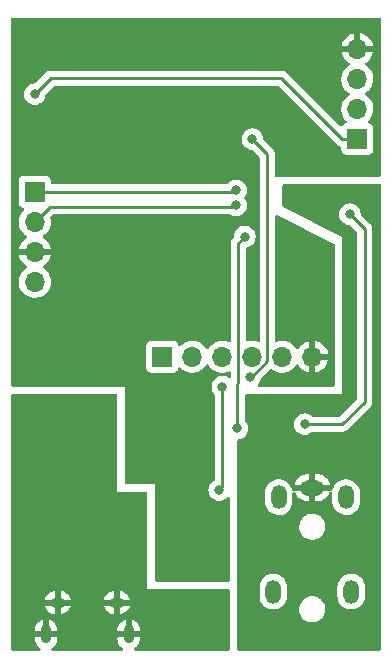
<source format=gbr>
%TF.GenerationSoftware,KiCad,Pcbnew,(6.0.0)*%
%TF.CreationDate,2022-02-27T19:02:29-06:00*%
%TF.ProjectId,Squeezecheap,53717565-657a-4656-9368-6561702e6b69,rev?*%
%TF.SameCoordinates,Original*%
%TF.FileFunction,Copper,L2,Bot*%
%TF.FilePolarity,Positive*%
%FSLAX46Y46*%
G04 Gerber Fmt 4.6, Leading zero omitted, Abs format (unit mm)*
G04 Created by KiCad (PCBNEW (6.0.0)) date 2022-02-27 19:02:29*
%MOMM*%
%LPD*%
G01*
G04 APERTURE LIST*
%TA.AperFunction,ComponentPad*%
%ADD10O,1.320800X2.006600*%
%TD*%
%TA.AperFunction,ComponentPad*%
%ADD11O,2.006600X1.320800*%
%TD*%
%TA.AperFunction,ComponentPad*%
%ADD12R,1.700000X1.700000*%
%TD*%
%TA.AperFunction,ComponentPad*%
%ADD13O,1.700000X1.700000*%
%TD*%
%TA.AperFunction,ComponentPad*%
%ADD14O,1.250000X0.950000*%
%TD*%
%TA.AperFunction,ComponentPad*%
%ADD15O,0.890000X1.550000*%
%TD*%
%TA.AperFunction,ViaPad*%
%ADD16C,0.800000*%
%TD*%
%TA.AperFunction,Conductor*%
%ADD17C,0.250000*%
%TD*%
G04 APERTURE END LIST*
D10*
%TO.P,J2,5,5*%
%TO.N,unconnected-(J2-Pad5)*%
X102745540Y-85933399D03*
%TO.P,J2,4,4*%
%TO.N,HPOutL*%
X109344460Y-85933399D03*
%TO.P,J2,3,3*%
%TO.N,HPOutR*%
X108894880Y-77933550D03*
%TO.P,J2,2,2*%
%TO.N,HP_Detect*%
X103195120Y-77933550D03*
D11*
%TO.P,J2,1,1*%
%TO.N,GND*%
X106045000Y-77133450D03*
%TD*%
D12*
%TO.P,J3,1,Pin_1*%
%TO.N,+3V3*%
X109855000Y-47615000D03*
D13*
%TO.P,J3,2,Pin_2*%
%TO.N,TX_Out*%
X109855000Y-45075000D03*
%TO.P,J3,3,Pin_3*%
%TO.N,RX_In*%
X109855000Y-42535000D03*
%TO.P,J3,4,Pin_4*%
%TO.N,GNDD*%
X109855000Y-39995000D03*
%TD*%
D14*
%TO.P,J1,6,Shield*%
%TO.N,GND*%
X89495000Y-86865000D03*
D15*
X90495000Y-89565000D03*
X83495000Y-89565000D03*
D14*
X84495000Y-86865000D03*
%TD*%
D12*
%TO.P,J4,1,Pin_1*%
%TO.N,IO15*%
X93345000Y-66040000D03*
D13*
%TO.P,J4,2,Pin_2*%
%TO.N,IO13*%
X95885000Y-66040000D03*
%TO.P,J4,3,Pin_3*%
%TO.N,IO12*%
X98425000Y-66040000D03*
%TO.P,J4,4,Pin_4*%
%TO.N,IO14*%
X100965000Y-66040000D03*
%TO.P,J4,5,Pin_5*%
%TO.N,+3V3*%
X103505000Y-66040000D03*
%TO.P,J4,6,Pin_6*%
%TO.N,GNDD*%
X106045000Y-66040000D03*
%TD*%
D12*
%TO.P,J5,1,Pin_1*%
%TO.N,IO23*%
X82550000Y-52080000D03*
D13*
%TO.P,J5,2,Pin_2*%
%TO.N,IO18*%
X82550000Y-54620000D03*
%TO.P,J5,3,Pin_3*%
%TO.N,GNDD*%
X82550000Y-57160000D03*
%TO.P,J5,4,Pin_4*%
%TO.N,+3V3*%
X82550000Y-59700000D03*
%TD*%
D16*
%TO.N,HPOutL*%
X105410000Y-71755000D03*
%TO.N,GNDD*%
X95751447Y-73526448D03*
X100965000Y-53975000D03*
X97155000Y-46355000D03*
X91440000Y-71755000D03*
X95885000Y-45085000D03*
X95885000Y-46355000D03*
X97790000Y-79375000D03*
X97155000Y-45085000D03*
%TO.N,+3V3*%
X82550000Y-43815000D03*
%TO.N,HPOutL*%
X109220000Y-53975000D03*
%TO.N,Reset*%
X100770201Y-67750201D03*
X98155000Y-77337500D03*
X98425000Y-68580000D03*
X100965000Y-47625000D03*
%TO.N,GND*%
X100330000Y-90170000D03*
X100965000Y-74930000D03*
X98425000Y-90170000D03*
X82550000Y-81915000D03*
X109220000Y-56515000D03*
%TO.N,HP_Detect*%
X100330000Y-55880000D03*
X99695000Y-72120000D03*
%TO.N,IO18*%
X99582500Y-53227500D03*
%TO.N,IO23*%
X99582500Y-51957500D03*
%TD*%
D17*
%TO.N,+3V3*%
X103415489Y-42455489D02*
X108575000Y-47615000D01*
X103415489Y-42455489D02*
X83909511Y-42455489D01*
X83909511Y-42455489D02*
X82550000Y-43815000D01*
X108575000Y-47615000D02*
X109855000Y-47615000D01*
%TO.N,HPOutL*%
X110490000Y-69850000D02*
X108585000Y-71755000D01*
X110490000Y-55245000D02*
X110490000Y-69850000D01*
X108585000Y-71755000D02*
X105410000Y-71755000D01*
X109220000Y-53975000D02*
X110490000Y-55245000D01*
%TO.N,Reset*%
X102235000Y-66431010D02*
X100915809Y-67750201D01*
X100915809Y-67750201D02*
X100770201Y-67750201D01*
X98425000Y-68580000D02*
X98425000Y-77067500D01*
X98425000Y-77067500D02*
X98155000Y-77337500D01*
X100965000Y-47625000D02*
X102235000Y-48895000D01*
X102235000Y-48895000D02*
X102235000Y-66431010D01*
%TO.N,HP_Detect*%
X99695000Y-68335292D02*
X99695000Y-72120000D01*
X100330000Y-55880000D02*
X99790489Y-56419511D01*
X99790489Y-68239803D02*
X99695000Y-68335292D01*
X99790489Y-56419511D02*
X99790489Y-68239803D01*
%TO.N,IO18*%
X99470000Y-53340000D02*
X99582500Y-53227500D01*
X83830000Y-53340000D02*
X99470000Y-53340000D01*
X82550000Y-54620000D02*
X83830000Y-53340000D01*
%TO.N,IO23*%
X89535000Y-52070000D02*
X99470000Y-52070000D01*
X82550000Y-52080000D02*
X89525000Y-52080000D01*
X99470000Y-52070000D02*
X99582500Y-51957500D01*
X89525000Y-52080000D02*
X89535000Y-52070000D01*
%TD*%
%TA.AperFunction,Conductor*%
%TO.N,GNDD*%
G36*
X111829121Y-37358002D02*
G01*
X111875614Y-37411658D01*
X111887000Y-37464000D01*
X111887000Y-50674000D01*
X111866998Y-50742121D01*
X111813342Y-50788614D01*
X111761000Y-50800000D01*
X102994500Y-50800000D01*
X102926379Y-50779998D01*
X102879886Y-50726342D01*
X102868500Y-50674000D01*
X102868500Y-48973767D01*
X102869027Y-48962584D01*
X102870702Y-48955091D01*
X102868562Y-48887014D01*
X102868500Y-48883055D01*
X102868500Y-48855144D01*
X102867995Y-48851144D01*
X102867062Y-48839301D01*
X102865922Y-48803029D01*
X102865673Y-48795110D01*
X102860022Y-48775658D01*
X102856014Y-48756306D01*
X102854467Y-48744063D01*
X102853474Y-48736203D01*
X102840446Y-48703297D01*
X102837200Y-48695097D01*
X102833355Y-48683870D01*
X102832721Y-48681687D01*
X102821018Y-48641407D01*
X102816984Y-48634585D01*
X102816981Y-48634579D01*
X102810706Y-48623968D01*
X102802010Y-48606218D01*
X102797472Y-48594756D01*
X102797469Y-48594751D01*
X102794552Y-48587383D01*
X102780077Y-48567460D01*
X102768573Y-48551625D01*
X102762057Y-48541707D01*
X102747167Y-48516531D01*
X102739542Y-48503637D01*
X102725218Y-48489313D01*
X102712376Y-48474278D01*
X102700472Y-48457893D01*
X102666406Y-48429711D01*
X102657627Y-48421722D01*
X101912122Y-47676217D01*
X101878096Y-47613905D01*
X101875907Y-47600292D01*
X101859232Y-47441635D01*
X101859232Y-47441633D01*
X101858542Y-47435072D01*
X101799527Y-47253444D01*
X101704040Y-47088056D01*
X101576253Y-46946134D01*
X101421752Y-46833882D01*
X101415724Y-46831198D01*
X101415722Y-46831197D01*
X101253319Y-46758891D01*
X101253318Y-46758891D01*
X101247288Y-46756206D01*
X101153888Y-46736353D01*
X101066944Y-46717872D01*
X101066939Y-46717872D01*
X101060487Y-46716500D01*
X100869513Y-46716500D01*
X100863061Y-46717872D01*
X100863056Y-46717872D01*
X100776113Y-46736353D01*
X100682712Y-46756206D01*
X100676682Y-46758891D01*
X100676681Y-46758891D01*
X100514278Y-46831197D01*
X100514276Y-46831198D01*
X100508248Y-46833882D01*
X100353747Y-46946134D01*
X100225960Y-47088056D01*
X100130473Y-47253444D01*
X100071458Y-47435072D01*
X100051496Y-47625000D01*
X100071458Y-47814928D01*
X100130473Y-47996556D01*
X100133776Y-48002278D01*
X100133777Y-48002279D01*
X100148306Y-48027443D01*
X100225960Y-48161944D01*
X100230378Y-48166851D01*
X100230379Y-48166852D01*
X100285600Y-48228181D01*
X100353747Y-48303866D01*
X100508248Y-48416118D01*
X100514276Y-48418802D01*
X100514278Y-48418803D01*
X100672647Y-48489313D01*
X100682712Y-48493794D01*
X100761105Y-48510457D01*
X100863056Y-48532128D01*
X100863061Y-48532128D01*
X100869513Y-48533500D01*
X100925406Y-48533500D01*
X100993527Y-48553502D01*
X101014501Y-48570405D01*
X101564595Y-49120499D01*
X101598621Y-49182811D01*
X101601500Y-49209594D01*
X101601500Y-64645871D01*
X101581498Y-64713992D01*
X101527842Y-64760485D01*
X101457568Y-64770589D01*
X101433440Y-64764644D01*
X101421696Y-64760485D01*
X101362111Y-64739385D01*
X101318087Y-64723795D01*
X101318083Y-64723794D01*
X101313212Y-64722069D01*
X101308119Y-64721162D01*
X101308116Y-64721161D01*
X101098373Y-64683800D01*
X101098367Y-64683799D01*
X101093284Y-64682894D01*
X101019452Y-64681992D01*
X100875081Y-64680228D01*
X100875079Y-64680228D01*
X100869911Y-64680165D01*
X100649091Y-64713955D01*
X100615333Y-64724989D01*
X100589134Y-64733552D01*
X100518170Y-64735703D01*
X100457308Y-64699147D01*
X100425872Y-64635490D01*
X100423989Y-64613787D01*
X100423989Y-56890852D01*
X100443991Y-56822731D01*
X100497647Y-56776238D01*
X100523791Y-56767606D01*
X100605824Y-56750169D01*
X100605833Y-56750166D01*
X100612288Y-56748794D01*
X100618319Y-56746109D01*
X100780722Y-56673803D01*
X100780724Y-56673802D01*
X100786752Y-56671118D01*
X100941253Y-56558866D01*
X101069040Y-56416944D01*
X101164527Y-56251556D01*
X101223542Y-56069928D01*
X101227926Y-56028222D01*
X101242814Y-55886565D01*
X101243504Y-55880000D01*
X101238397Y-55831412D01*
X101224232Y-55696635D01*
X101224232Y-55696633D01*
X101223542Y-55690072D01*
X101164527Y-55508444D01*
X101069040Y-55343056D01*
X101050151Y-55322077D01*
X100945675Y-55206045D01*
X100945674Y-55206044D01*
X100941253Y-55201134D01*
X100786752Y-55088882D01*
X100780724Y-55086198D01*
X100780722Y-55086197D01*
X100618319Y-55013891D01*
X100618318Y-55013891D01*
X100612288Y-55011206D01*
X100518887Y-54991353D01*
X100431944Y-54972872D01*
X100431939Y-54972872D01*
X100425487Y-54971500D01*
X100234513Y-54971500D01*
X100228061Y-54972872D01*
X100228056Y-54972872D01*
X100141113Y-54991353D01*
X100047712Y-55011206D01*
X100041682Y-55013891D01*
X100041681Y-55013891D01*
X99879278Y-55086197D01*
X99879276Y-55086198D01*
X99873248Y-55088882D01*
X99718747Y-55201134D01*
X99714326Y-55206044D01*
X99714325Y-55206045D01*
X99609850Y-55322077D01*
X99590960Y-55343056D01*
X99495473Y-55508444D01*
X99436458Y-55690072D01*
X99435769Y-55696631D01*
X99435768Y-55696634D01*
X99419398Y-55852388D01*
X99392385Y-55918044D01*
X99383258Y-55927311D01*
X99383471Y-55927511D01*
X99336846Y-55977162D01*
X99334091Y-55980004D01*
X99314354Y-55999741D01*
X99311874Y-56002938D01*
X99304171Y-56011958D01*
X99273903Y-56044190D01*
X99270084Y-56051136D01*
X99270082Y-56051139D01*
X99264141Y-56061945D01*
X99253290Y-56078464D01*
X99240875Y-56094470D01*
X99237730Y-56101739D01*
X99237727Y-56101743D01*
X99223315Y-56135048D01*
X99218098Y-56145698D01*
X99196794Y-56184451D01*
X99194823Y-56192126D01*
X99194823Y-56192127D01*
X99191756Y-56204073D01*
X99185352Y-56222777D01*
X99177308Y-56241366D01*
X99176069Y-56249189D01*
X99176066Y-56249199D01*
X99170390Y-56285035D01*
X99167984Y-56296655D01*
X99156989Y-56339481D01*
X99156989Y-56359735D01*
X99155438Y-56379445D01*
X99152269Y-56399454D01*
X99153015Y-56407346D01*
X99156430Y-56443472D01*
X99156989Y-56455330D01*
X99156989Y-64680175D01*
X99136987Y-64748296D01*
X99083331Y-64794789D01*
X99013057Y-64804893D01*
X98983867Y-64796417D01*
X98983789Y-64796638D01*
X98979964Y-64795283D01*
X98979956Y-64795281D01*
X98978568Y-64794789D01*
X98778087Y-64723795D01*
X98778083Y-64723794D01*
X98773212Y-64722069D01*
X98768119Y-64721162D01*
X98768116Y-64721161D01*
X98558373Y-64683800D01*
X98558367Y-64683799D01*
X98553284Y-64682894D01*
X98479452Y-64681992D01*
X98335081Y-64680228D01*
X98335079Y-64680228D01*
X98329911Y-64680165D01*
X98109091Y-64713955D01*
X97896756Y-64783357D01*
X97698607Y-64886507D01*
X97694474Y-64889610D01*
X97694471Y-64889612D01*
X97524100Y-65017530D01*
X97519965Y-65020635D01*
X97516393Y-65024373D01*
X97408729Y-65137037D01*
X97365629Y-65182138D01*
X97258201Y-65339621D01*
X97203293Y-65384621D01*
X97132768Y-65392792D01*
X97069021Y-65361538D01*
X97048324Y-65337054D01*
X96967822Y-65212617D01*
X96967820Y-65212614D01*
X96965014Y-65208277D01*
X96814670Y-65043051D01*
X96810619Y-65039852D01*
X96810615Y-65039848D01*
X96643414Y-64907800D01*
X96643410Y-64907798D01*
X96639359Y-64904598D01*
X96603028Y-64884542D01*
X96587136Y-64875769D01*
X96443789Y-64796638D01*
X96438920Y-64794914D01*
X96438916Y-64794912D01*
X96238087Y-64723795D01*
X96238083Y-64723794D01*
X96233212Y-64722069D01*
X96228119Y-64721162D01*
X96228116Y-64721161D01*
X96018373Y-64683800D01*
X96018367Y-64683799D01*
X96013284Y-64682894D01*
X95939452Y-64681992D01*
X95795081Y-64680228D01*
X95795079Y-64680228D01*
X95789911Y-64680165D01*
X95569091Y-64713955D01*
X95356756Y-64783357D01*
X95158607Y-64886507D01*
X95154474Y-64889610D01*
X95154471Y-64889612D01*
X94984100Y-65017530D01*
X94979965Y-65020635D01*
X94923537Y-65079684D01*
X94899283Y-65105064D01*
X94837759Y-65140494D01*
X94766846Y-65137037D01*
X94709060Y-65095791D01*
X94690207Y-65062243D01*
X94648767Y-64951703D01*
X94645615Y-64943295D01*
X94558261Y-64826739D01*
X94441705Y-64739385D01*
X94305316Y-64688255D01*
X94243134Y-64681500D01*
X92446866Y-64681500D01*
X92384684Y-64688255D01*
X92248295Y-64739385D01*
X92131739Y-64826739D01*
X92044385Y-64943295D01*
X91993255Y-65079684D01*
X91986500Y-65141866D01*
X91986500Y-66938134D01*
X91993255Y-67000316D01*
X92044385Y-67136705D01*
X92131739Y-67253261D01*
X92248295Y-67340615D01*
X92384684Y-67391745D01*
X92446866Y-67398500D01*
X94243134Y-67398500D01*
X94305316Y-67391745D01*
X94441705Y-67340615D01*
X94558261Y-67253261D01*
X94645615Y-67136705D01*
X94667799Y-67077529D01*
X94689598Y-67019382D01*
X94732240Y-66962618D01*
X94798802Y-66937918D01*
X94868150Y-66953126D01*
X94902817Y-66981114D01*
X94931250Y-67013938D01*
X95103126Y-67156632D01*
X95296000Y-67269338D01*
X95504692Y-67349030D01*
X95509760Y-67350061D01*
X95509763Y-67350062D01*
X95604862Y-67369410D01*
X95723597Y-67393567D01*
X95728772Y-67393757D01*
X95728774Y-67393757D01*
X95941673Y-67401564D01*
X95941677Y-67401564D01*
X95946837Y-67401753D01*
X95951957Y-67401097D01*
X95951959Y-67401097D01*
X96163288Y-67374025D01*
X96163289Y-67374025D01*
X96168416Y-67373368D01*
X96173366Y-67371883D01*
X96377429Y-67310661D01*
X96377434Y-67310659D01*
X96382384Y-67309174D01*
X96582994Y-67210896D01*
X96764860Y-67081173D01*
X96786468Y-67059641D01*
X96908616Y-66937918D01*
X96923096Y-66923489D01*
X97053453Y-66742077D01*
X97054776Y-66743028D01*
X97101645Y-66699857D01*
X97171580Y-66687625D01*
X97237026Y-66715144D01*
X97264875Y-66746994D01*
X97324987Y-66845088D01*
X97471250Y-67013938D01*
X97643126Y-67156632D01*
X97836000Y-67269338D01*
X98044692Y-67349030D01*
X98049760Y-67350061D01*
X98049763Y-67350062D01*
X98144862Y-67369410D01*
X98263597Y-67393567D01*
X98268772Y-67393757D01*
X98268774Y-67393757D01*
X98481673Y-67401564D01*
X98481677Y-67401564D01*
X98486837Y-67401753D01*
X98491957Y-67401097D01*
X98491959Y-67401097D01*
X98703288Y-67374025D01*
X98703289Y-67374025D01*
X98708416Y-67373368D01*
X98713366Y-67371883D01*
X98917429Y-67310661D01*
X98917434Y-67310659D01*
X98922384Y-67309174D01*
X98975559Y-67283124D01*
X99045531Y-67271118D01*
X99110888Y-67298848D01*
X99150878Y-67357511D01*
X99156989Y-67396276D01*
X99156989Y-67741565D01*
X99136987Y-67809686D01*
X99083331Y-67856179D01*
X99013057Y-67866283D01*
X98956928Y-67843501D01*
X98887094Y-67792763D01*
X98887093Y-67792762D01*
X98881752Y-67788882D01*
X98875724Y-67786198D01*
X98875722Y-67786197D01*
X98713319Y-67713891D01*
X98713318Y-67713891D01*
X98707288Y-67711206D01*
X98613888Y-67691353D01*
X98526944Y-67672872D01*
X98526939Y-67672872D01*
X98520487Y-67671500D01*
X98329513Y-67671500D01*
X98323061Y-67672872D01*
X98323056Y-67672872D01*
X98236112Y-67691353D01*
X98142712Y-67711206D01*
X98136682Y-67713891D01*
X98136681Y-67713891D01*
X97974278Y-67786197D01*
X97974276Y-67786198D01*
X97968248Y-67788882D01*
X97813747Y-67901134D01*
X97685960Y-68043056D01*
X97590473Y-68208444D01*
X97531458Y-68390072D01*
X97530768Y-68396633D01*
X97530768Y-68396635D01*
X97526624Y-68436068D01*
X97511496Y-68580000D01*
X97531458Y-68769928D01*
X97590473Y-68951556D01*
X97685960Y-69116944D01*
X97759137Y-69198215D01*
X97789853Y-69262221D01*
X97791500Y-69282524D01*
X97791500Y-76423038D01*
X97771498Y-76491159D01*
X97716750Y-76538144D01*
X97704282Y-76543695D01*
X97704278Y-76543697D01*
X97698248Y-76546382D01*
X97543747Y-76658634D01*
X97415960Y-76800556D01*
X97320473Y-76965944D01*
X97261458Y-77147572D01*
X97241496Y-77337500D01*
X97261458Y-77527428D01*
X97320473Y-77709056D01*
X97415960Y-77874444D01*
X97543747Y-78016366D01*
X97698248Y-78128618D01*
X97704276Y-78131302D01*
X97704278Y-78131303D01*
X97866681Y-78203609D01*
X97872712Y-78206294D01*
X97966113Y-78226147D01*
X98053056Y-78244628D01*
X98053061Y-78244628D01*
X98059513Y-78246000D01*
X98250487Y-78246000D01*
X98256939Y-78244628D01*
X98256944Y-78244628D01*
X98343887Y-78226147D01*
X98437288Y-78206294D01*
X98443319Y-78203609D01*
X98605722Y-78131303D01*
X98605724Y-78131302D01*
X98611752Y-78128618D01*
X98766253Y-78016366D01*
X98840365Y-77934057D01*
X98900810Y-77896817D01*
X98971793Y-77898169D01*
X99030778Y-77937682D01*
X99059036Y-78002813D01*
X99060000Y-78018367D01*
X99060000Y-84964000D01*
X99039998Y-85032121D01*
X98986342Y-85078614D01*
X98934000Y-85090000D01*
X92836000Y-85090000D01*
X92767879Y-85069998D01*
X92721386Y-85016342D01*
X92710000Y-84964000D01*
X92710000Y-76835000D01*
X90296000Y-76835000D01*
X90227879Y-76814998D01*
X90181386Y-76761342D01*
X90170000Y-76709000D01*
X90170000Y-68580000D01*
X80644000Y-68580000D01*
X80575879Y-68559998D01*
X80529386Y-68506342D01*
X80518000Y-68454000D01*
X80518000Y-59666695D01*
X81187251Y-59666695D01*
X81187548Y-59671848D01*
X81187548Y-59671851D01*
X81193011Y-59766590D01*
X81200110Y-59889715D01*
X81201247Y-59894761D01*
X81201248Y-59894767D01*
X81221119Y-59982939D01*
X81249222Y-60107639D01*
X81333266Y-60314616D01*
X81449987Y-60505088D01*
X81596250Y-60673938D01*
X81768126Y-60816632D01*
X81961000Y-60929338D01*
X82169692Y-61009030D01*
X82174760Y-61010061D01*
X82174763Y-61010062D01*
X82282017Y-61031883D01*
X82388597Y-61053567D01*
X82393772Y-61053757D01*
X82393774Y-61053757D01*
X82606673Y-61061564D01*
X82606677Y-61061564D01*
X82611837Y-61061753D01*
X82616957Y-61061097D01*
X82616959Y-61061097D01*
X82828288Y-61034025D01*
X82828289Y-61034025D01*
X82833416Y-61033368D01*
X82838366Y-61031883D01*
X83042429Y-60970661D01*
X83042434Y-60970659D01*
X83047384Y-60969174D01*
X83247994Y-60870896D01*
X83429860Y-60741173D01*
X83588096Y-60583489D01*
X83647594Y-60500689D01*
X83715435Y-60406277D01*
X83718453Y-60402077D01*
X83817430Y-60201811D01*
X83882370Y-59988069D01*
X83911529Y-59766590D01*
X83913156Y-59700000D01*
X83894852Y-59477361D01*
X83840431Y-59260702D01*
X83751354Y-59055840D01*
X83630014Y-58868277D01*
X83479670Y-58703051D01*
X83475619Y-58699852D01*
X83475615Y-58699848D01*
X83308414Y-58567800D01*
X83308410Y-58567798D01*
X83304359Y-58564598D01*
X83262569Y-58541529D01*
X83212598Y-58491097D01*
X83197826Y-58421654D01*
X83222942Y-58355248D01*
X83250294Y-58328641D01*
X83425328Y-58203792D01*
X83433200Y-58197139D01*
X83584052Y-58046812D01*
X83590730Y-58038965D01*
X83715003Y-57866020D01*
X83720313Y-57857183D01*
X83814670Y-57666267D01*
X83818469Y-57656672D01*
X83880377Y-57452910D01*
X83882555Y-57442837D01*
X83883986Y-57431962D01*
X83881775Y-57417778D01*
X83868617Y-57414000D01*
X81233225Y-57414000D01*
X81219694Y-57417973D01*
X81218257Y-57427966D01*
X81248565Y-57562446D01*
X81251645Y-57572275D01*
X81331770Y-57769603D01*
X81336413Y-57778794D01*
X81447694Y-57960388D01*
X81453777Y-57968699D01*
X81593213Y-58129667D01*
X81600580Y-58136883D01*
X81764434Y-58272916D01*
X81772881Y-58278831D01*
X81841969Y-58319203D01*
X81890693Y-58370842D01*
X81903764Y-58440625D01*
X81877033Y-58506396D01*
X81836584Y-58539752D01*
X81823607Y-58546507D01*
X81819474Y-58549610D01*
X81819471Y-58549612D01*
X81795247Y-58567800D01*
X81644965Y-58680635D01*
X81490629Y-58842138D01*
X81364743Y-59026680D01*
X81270688Y-59229305D01*
X81210989Y-59444570D01*
X81187251Y-59666695D01*
X80518000Y-59666695D01*
X80518000Y-54586695D01*
X81187251Y-54586695D01*
X81187548Y-54591848D01*
X81187548Y-54591851D01*
X81193011Y-54686590D01*
X81200110Y-54809715D01*
X81201247Y-54814761D01*
X81201248Y-54814767D01*
X81207790Y-54843794D01*
X81249222Y-55027639D01*
X81287461Y-55121811D01*
X81321665Y-55206045D01*
X81333266Y-55234616D01*
X81449987Y-55425088D01*
X81596250Y-55593938D01*
X81672846Y-55657529D01*
X81752769Y-55723882D01*
X81768126Y-55736632D01*
X81841955Y-55779774D01*
X81890679Y-55831412D01*
X81903750Y-55901195D01*
X81877019Y-55966967D01*
X81836562Y-56000327D01*
X81828457Y-56004546D01*
X81819738Y-56010036D01*
X81649433Y-56137905D01*
X81641726Y-56144748D01*
X81494590Y-56298717D01*
X81488104Y-56306727D01*
X81368098Y-56482649D01*
X81363000Y-56491623D01*
X81273338Y-56684783D01*
X81269775Y-56694470D01*
X81214389Y-56894183D01*
X81215912Y-56902607D01*
X81228292Y-56906000D01*
X83868344Y-56906000D01*
X83881875Y-56902027D01*
X83883180Y-56892947D01*
X83841214Y-56725875D01*
X83837894Y-56716124D01*
X83752972Y-56520814D01*
X83748105Y-56511739D01*
X83632426Y-56332926D01*
X83626136Y-56324757D01*
X83482806Y-56167240D01*
X83475273Y-56160215D01*
X83308139Y-56028222D01*
X83299556Y-56022520D01*
X83262602Y-56002120D01*
X83212631Y-55951687D01*
X83197859Y-55882245D01*
X83222975Y-55815839D01*
X83250327Y-55789232D01*
X83273797Y-55772491D01*
X83429860Y-55661173D01*
X83444880Y-55646206D01*
X83511209Y-55580107D01*
X83588096Y-55503489D01*
X83647594Y-55420689D01*
X83715435Y-55326277D01*
X83718453Y-55322077D01*
X83721980Y-55314942D01*
X83815136Y-55126453D01*
X83815137Y-55126451D01*
X83817430Y-55121811D01*
X83882370Y-54908069D01*
X83911529Y-54686590D01*
X83913156Y-54620000D01*
X83894852Y-54397361D01*
X83866821Y-54285765D01*
X83869625Y-54214823D01*
X83899930Y-54165974D01*
X84055499Y-54010405D01*
X84117811Y-53976379D01*
X84144594Y-53973500D01*
X99022709Y-53973500D01*
X99090830Y-53993502D01*
X99096753Y-53997552D01*
X99125748Y-54018618D01*
X99131776Y-54021302D01*
X99131778Y-54021303D01*
X99294181Y-54093609D01*
X99300212Y-54096294D01*
X99364703Y-54110002D01*
X99480556Y-54134628D01*
X99480561Y-54134628D01*
X99487013Y-54136000D01*
X99677987Y-54136000D01*
X99684439Y-54134628D01*
X99684444Y-54134628D01*
X99800297Y-54110002D01*
X99864788Y-54096294D01*
X99870819Y-54093609D01*
X100033222Y-54021303D01*
X100033224Y-54021302D01*
X100039252Y-54018618D01*
X100193753Y-53906366D01*
X100198175Y-53901455D01*
X100317121Y-53769352D01*
X100317122Y-53769351D01*
X100321540Y-53764444D01*
X100417027Y-53599056D01*
X100476042Y-53417428D01*
X100496004Y-53227500D01*
X100483256Y-53106206D01*
X100476732Y-53044135D01*
X100476732Y-53044133D01*
X100476042Y-53037572D01*
X100417027Y-52855944D01*
X100321540Y-52690556D01*
X100309162Y-52676809D01*
X100278446Y-52612803D01*
X100287210Y-52542350D01*
X100309161Y-52508193D01*
X100321540Y-52494444D01*
X100417027Y-52329056D01*
X100476042Y-52147428D01*
X100496004Y-51957500D01*
X100476042Y-51767572D01*
X100417027Y-51585944D01*
X100321540Y-51420556D01*
X100193753Y-51278634D01*
X100039252Y-51166382D01*
X100033224Y-51163698D01*
X100033222Y-51163697D01*
X99870819Y-51091391D01*
X99870818Y-51091391D01*
X99864788Y-51088706D01*
X99771387Y-51068853D01*
X99684444Y-51050372D01*
X99684439Y-51050372D01*
X99677987Y-51049000D01*
X99487013Y-51049000D01*
X99480561Y-51050372D01*
X99480556Y-51050372D01*
X99393613Y-51068853D01*
X99300212Y-51088706D01*
X99294182Y-51091391D01*
X99294181Y-51091391D01*
X99131778Y-51163697D01*
X99131776Y-51163698D01*
X99125748Y-51166382D01*
X98971247Y-51278634D01*
X98966826Y-51283544D01*
X98966825Y-51283545D01*
X98866642Y-51394810D01*
X98806196Y-51432050D01*
X98773006Y-51436500D01*
X89613767Y-51436500D01*
X89602584Y-51435973D01*
X89595091Y-51434298D01*
X89587165Y-51434547D01*
X89587164Y-51434547D01*
X89527014Y-51436438D01*
X89523055Y-51436500D01*
X89495144Y-51436500D01*
X89491210Y-51436997D01*
X89491209Y-51436997D01*
X89491144Y-51437005D01*
X89479307Y-51437938D01*
X89447490Y-51438938D01*
X89443029Y-51439078D01*
X89435110Y-51439327D01*
X89427500Y-51441538D01*
X89419671Y-51442778D01*
X89419648Y-51442635D01*
X89392489Y-51446500D01*
X84034500Y-51446500D01*
X83966379Y-51426498D01*
X83919886Y-51372842D01*
X83908500Y-51320500D01*
X83908500Y-51181866D01*
X83901745Y-51119684D01*
X83850615Y-50983295D01*
X83763261Y-50866739D01*
X83646705Y-50779385D01*
X83510316Y-50728255D01*
X83448134Y-50721500D01*
X81651866Y-50721500D01*
X81589684Y-50728255D01*
X81453295Y-50779385D01*
X81336739Y-50866739D01*
X81249385Y-50983295D01*
X81198255Y-51119684D01*
X81191500Y-51181866D01*
X81191500Y-52978134D01*
X81198255Y-53040316D01*
X81249385Y-53176705D01*
X81336739Y-53293261D01*
X81453295Y-53380615D01*
X81461704Y-53383767D01*
X81461705Y-53383768D01*
X81570451Y-53424535D01*
X81627216Y-53467176D01*
X81651916Y-53533738D01*
X81636709Y-53603087D01*
X81617316Y-53629568D01*
X81490629Y-53762138D01*
X81364743Y-53946680D01*
X81270688Y-54149305D01*
X81210989Y-54364570D01*
X81187251Y-54586695D01*
X80518000Y-54586695D01*
X80518000Y-43815000D01*
X81636496Y-43815000D01*
X81637186Y-43821565D01*
X81649592Y-43939598D01*
X81656458Y-44004928D01*
X81715473Y-44186556D01*
X81718776Y-44192278D01*
X81718777Y-44192279D01*
X81746015Y-44239457D01*
X81810960Y-44351944D01*
X81815378Y-44356851D01*
X81815379Y-44356852D01*
X81855742Y-44401680D01*
X81938747Y-44493866D01*
X82037843Y-44565864D01*
X82084291Y-44599610D01*
X82093248Y-44606118D01*
X82099276Y-44608802D01*
X82099278Y-44608803D01*
X82261681Y-44681109D01*
X82267712Y-44683794D01*
X82361113Y-44703647D01*
X82448056Y-44722128D01*
X82448061Y-44722128D01*
X82454513Y-44723500D01*
X82645487Y-44723500D01*
X82651939Y-44722128D01*
X82651944Y-44722128D01*
X82738887Y-44703647D01*
X82832288Y-44683794D01*
X82838319Y-44681109D01*
X83000722Y-44608803D01*
X83000724Y-44608802D01*
X83006752Y-44606118D01*
X83015710Y-44599610D01*
X83062157Y-44565864D01*
X83161253Y-44493866D01*
X83244258Y-44401680D01*
X83284621Y-44356852D01*
X83284622Y-44356851D01*
X83289040Y-44351944D01*
X83353985Y-44239457D01*
X83381223Y-44192279D01*
X83381224Y-44192278D01*
X83384527Y-44186556D01*
X83443542Y-44004928D01*
X83451984Y-43924612D01*
X83460907Y-43839708D01*
X83487920Y-43774051D01*
X83497122Y-43763782D01*
X84135012Y-43125893D01*
X84197324Y-43091868D01*
X84224107Y-43088989D01*
X103100895Y-43088989D01*
X103169016Y-43108991D01*
X103189990Y-43125894D01*
X108071343Y-48007247D01*
X108078887Y-48015537D01*
X108083000Y-48022018D01*
X108088777Y-48027443D01*
X108132667Y-48068658D01*
X108135509Y-48071413D01*
X108155230Y-48091134D01*
X108158425Y-48093612D01*
X108167447Y-48101318D01*
X108199679Y-48131586D01*
X108206628Y-48135406D01*
X108217432Y-48141346D01*
X108233956Y-48152199D01*
X108249959Y-48164613D01*
X108290543Y-48182176D01*
X108301173Y-48187383D01*
X108339940Y-48208695D01*
X108347617Y-48210666D01*
X108347622Y-48210668D01*
X108359558Y-48213732D01*
X108378266Y-48220137D01*
X108396855Y-48228181D01*
X108404683Y-48229421D01*
X108405654Y-48229703D01*
X108465489Y-48267917D01*
X108495166Y-48332414D01*
X108496500Y-48350700D01*
X108496500Y-48513134D01*
X108503255Y-48575316D01*
X108554385Y-48711705D01*
X108641739Y-48828261D01*
X108758295Y-48915615D01*
X108894684Y-48966745D01*
X108956866Y-48973500D01*
X110753134Y-48973500D01*
X110815316Y-48966745D01*
X110951705Y-48915615D01*
X111068261Y-48828261D01*
X111155615Y-48711705D01*
X111206745Y-48575316D01*
X111213500Y-48513134D01*
X111213500Y-46716866D01*
X111206745Y-46654684D01*
X111155615Y-46518295D01*
X111068261Y-46401739D01*
X110951705Y-46314385D01*
X110939132Y-46309672D01*
X110833203Y-46269960D01*
X110776439Y-46227318D01*
X110751739Y-46160756D01*
X110766947Y-46091408D01*
X110788493Y-46062727D01*
X110889435Y-45962137D01*
X110893096Y-45958489D01*
X110952594Y-45875689D01*
X111020435Y-45781277D01*
X111023453Y-45777077D01*
X111122430Y-45576811D01*
X111187370Y-45363069D01*
X111216529Y-45141590D01*
X111218156Y-45075000D01*
X111199852Y-44852361D01*
X111145431Y-44635702D01*
X111056354Y-44430840D01*
X110935014Y-44243277D01*
X110784670Y-44078051D01*
X110780619Y-44074852D01*
X110780615Y-44074848D01*
X110613414Y-43942800D01*
X110613410Y-43942798D01*
X110609359Y-43939598D01*
X110568053Y-43916796D01*
X110518084Y-43866364D01*
X110503312Y-43796921D01*
X110528428Y-43730516D01*
X110555780Y-43703909D01*
X110599603Y-43672650D01*
X110734860Y-43576173D01*
X110893096Y-43418489D01*
X110952594Y-43335689D01*
X111020435Y-43241277D01*
X111023453Y-43237077D01*
X111095220Y-43091868D01*
X111120136Y-43041453D01*
X111120137Y-43041451D01*
X111122430Y-43036811D01*
X111187370Y-42823069D01*
X111216529Y-42601590D01*
X111218156Y-42535000D01*
X111199852Y-42312361D01*
X111145431Y-42095702D01*
X111056354Y-41890840D01*
X111015072Y-41827028D01*
X110937822Y-41707617D01*
X110937820Y-41707614D01*
X110935014Y-41703277D01*
X110784670Y-41538051D01*
X110780619Y-41534852D01*
X110780615Y-41534848D01*
X110613414Y-41402800D01*
X110613410Y-41402798D01*
X110609359Y-41399598D01*
X110567569Y-41376529D01*
X110517598Y-41326097D01*
X110502826Y-41256654D01*
X110527942Y-41190248D01*
X110555294Y-41163641D01*
X110730328Y-41038792D01*
X110738200Y-41032139D01*
X110889052Y-40881812D01*
X110895730Y-40873965D01*
X111020003Y-40701020D01*
X111025313Y-40692183D01*
X111119670Y-40501267D01*
X111123469Y-40491672D01*
X111185377Y-40287910D01*
X111187555Y-40277837D01*
X111188986Y-40266962D01*
X111186775Y-40252778D01*
X111173617Y-40249000D01*
X108538225Y-40249000D01*
X108524694Y-40252973D01*
X108523257Y-40262966D01*
X108553565Y-40397446D01*
X108556645Y-40407275D01*
X108636770Y-40604603D01*
X108641413Y-40613794D01*
X108752694Y-40795388D01*
X108758777Y-40803699D01*
X108898213Y-40964667D01*
X108905580Y-40971883D01*
X109069434Y-41107916D01*
X109077881Y-41113831D01*
X109146969Y-41154203D01*
X109195693Y-41205842D01*
X109208764Y-41275625D01*
X109182033Y-41341396D01*
X109141584Y-41374752D01*
X109128607Y-41381507D01*
X109124474Y-41384610D01*
X109124471Y-41384612D01*
X109100247Y-41402800D01*
X108949965Y-41515635D01*
X108795629Y-41677138D01*
X108669743Y-41861680D01*
X108631378Y-41944330D01*
X108590281Y-42032868D01*
X108575688Y-42064305D01*
X108515989Y-42279570D01*
X108492251Y-42501695D01*
X108492548Y-42506848D01*
X108492548Y-42506851D01*
X108498011Y-42601590D01*
X108505110Y-42724715D01*
X108506247Y-42729761D01*
X108506248Y-42729767D01*
X108526119Y-42817939D01*
X108554222Y-42942639D01*
X108592461Y-43036811D01*
X108632792Y-43136134D01*
X108638266Y-43149616D01*
X108754987Y-43340088D01*
X108901250Y-43508938D01*
X109073126Y-43651632D01*
X109143595Y-43692811D01*
X109146445Y-43694476D01*
X109195169Y-43746114D01*
X109208240Y-43815897D01*
X109181509Y-43881669D01*
X109141055Y-43915027D01*
X109128607Y-43921507D01*
X109124474Y-43924610D01*
X109124471Y-43924612D01*
X108954100Y-44052530D01*
X108949965Y-44055635D01*
X108795629Y-44217138D01*
X108669743Y-44401680D01*
X108575688Y-44604305D01*
X108515989Y-44819570D01*
X108492251Y-45041695D01*
X108492548Y-45046848D01*
X108492548Y-45046851D01*
X108498011Y-45141590D01*
X108505110Y-45264715D01*
X108506247Y-45269761D01*
X108506248Y-45269767D01*
X108526119Y-45357939D01*
X108554222Y-45482639D01*
X108638266Y-45689616D01*
X108754987Y-45880088D01*
X108901250Y-46048938D01*
X108905230Y-46052242D01*
X108909981Y-46056187D01*
X108949616Y-46115090D01*
X108951113Y-46186071D01*
X108913997Y-46246593D01*
X108873724Y-46271112D01*
X108758295Y-46314385D01*
X108641739Y-46401739D01*
X108636358Y-46408919D01*
X108564352Y-46504996D01*
X108507493Y-46547511D01*
X108436674Y-46552537D01*
X108374431Y-46518526D01*
X103919141Y-42063236D01*
X103911601Y-42054950D01*
X103907489Y-42048471D01*
X103881523Y-42024087D01*
X103857838Y-42001846D01*
X103854996Y-41999091D01*
X103835259Y-41979354D01*
X103832062Y-41976874D01*
X103823040Y-41969169D01*
X103809611Y-41956558D01*
X103790810Y-41938903D01*
X103783864Y-41935084D01*
X103783861Y-41935082D01*
X103773055Y-41929141D01*
X103756536Y-41918290D01*
X103756072Y-41917930D01*
X103740530Y-41905875D01*
X103733261Y-41902730D01*
X103733257Y-41902727D01*
X103699952Y-41888315D01*
X103689302Y-41883098D01*
X103650549Y-41861794D01*
X103630926Y-41856756D01*
X103612223Y-41850352D01*
X103600909Y-41845456D01*
X103600908Y-41845456D01*
X103593634Y-41842308D01*
X103585811Y-41841069D01*
X103585801Y-41841066D01*
X103549965Y-41835390D01*
X103538345Y-41832984D01*
X103503200Y-41823961D01*
X103503199Y-41823961D01*
X103495519Y-41821989D01*
X103475265Y-41821989D01*
X103455554Y-41820438D01*
X103443375Y-41818509D01*
X103435546Y-41817269D01*
X103406275Y-41820036D01*
X103391528Y-41821430D01*
X103379670Y-41821989D01*
X83988278Y-41821989D01*
X83977095Y-41821462D01*
X83969602Y-41819787D01*
X83961676Y-41820036D01*
X83961675Y-41820036D01*
X83901512Y-41821927D01*
X83897554Y-41821989D01*
X83869655Y-41821989D01*
X83865665Y-41822493D01*
X83853831Y-41823425D01*
X83809622Y-41824815D01*
X83802008Y-41827027D01*
X83802003Y-41827028D01*
X83790170Y-41830466D01*
X83770807Y-41834477D01*
X83750714Y-41837015D01*
X83743347Y-41839932D01*
X83743342Y-41839933D01*
X83709603Y-41853291D01*
X83698376Y-41857135D01*
X83655918Y-41869471D01*
X83649092Y-41873508D01*
X83638483Y-41879782D01*
X83620735Y-41888477D01*
X83601894Y-41895937D01*
X83595478Y-41900599D01*
X83595477Y-41900599D01*
X83566124Y-41921925D01*
X83556204Y-41928441D01*
X83524976Y-41946909D01*
X83524973Y-41946911D01*
X83518149Y-41950947D01*
X83503828Y-41965268D01*
X83488795Y-41978108D01*
X83472404Y-41990017D01*
X83467354Y-41996121D01*
X83467349Y-41996126D01*
X83444218Y-42024087D01*
X83436228Y-42032868D01*
X82599499Y-42869596D01*
X82537187Y-42903621D01*
X82510404Y-42906500D01*
X82454513Y-42906500D01*
X82448061Y-42907872D01*
X82448056Y-42907872D01*
X82361113Y-42926353D01*
X82267712Y-42946206D01*
X82261682Y-42948891D01*
X82261681Y-42948891D01*
X82099278Y-43021197D01*
X82099276Y-43021198D01*
X82093248Y-43023882D01*
X81938747Y-43136134D01*
X81934326Y-43141044D01*
X81934325Y-43141045D01*
X81847858Y-43237077D01*
X81810960Y-43278056D01*
X81807659Y-43283774D01*
X81727775Y-43422137D01*
X81715473Y-43443444D01*
X81656458Y-43625072D01*
X81655768Y-43631633D01*
X81655768Y-43631635D01*
X81643736Y-43746114D01*
X81636496Y-43815000D01*
X80518000Y-43815000D01*
X80518000Y-39729183D01*
X108519389Y-39729183D01*
X108520912Y-39737607D01*
X108533292Y-39741000D01*
X109582885Y-39741000D01*
X109598124Y-39736525D01*
X109599329Y-39735135D01*
X109601000Y-39727452D01*
X109601000Y-39722885D01*
X110109000Y-39722885D01*
X110113475Y-39738124D01*
X110114865Y-39739329D01*
X110122548Y-39741000D01*
X111173344Y-39741000D01*
X111186875Y-39737027D01*
X111188180Y-39727947D01*
X111146214Y-39560875D01*
X111142894Y-39551124D01*
X111057972Y-39355814D01*
X111053105Y-39346739D01*
X110937426Y-39167926D01*
X110931136Y-39159757D01*
X110787806Y-39002240D01*
X110780273Y-38995215D01*
X110613139Y-38863222D01*
X110604552Y-38857517D01*
X110418117Y-38754599D01*
X110408705Y-38750369D01*
X110207959Y-38679280D01*
X110197988Y-38676646D01*
X110126837Y-38663972D01*
X110113540Y-38665432D01*
X110109000Y-38679989D01*
X110109000Y-39722885D01*
X109601000Y-39722885D01*
X109601000Y-38678102D01*
X109597082Y-38664758D01*
X109582806Y-38662771D01*
X109544324Y-38668660D01*
X109534288Y-38671051D01*
X109331868Y-38737212D01*
X109322359Y-38741209D01*
X109133463Y-38839542D01*
X109124738Y-38845036D01*
X108954433Y-38972905D01*
X108946726Y-38979748D01*
X108799590Y-39133717D01*
X108793104Y-39141727D01*
X108673098Y-39317649D01*
X108668000Y-39326623D01*
X108578338Y-39519783D01*
X108574775Y-39529470D01*
X108519389Y-39729183D01*
X80518000Y-39729183D01*
X80518000Y-37464000D01*
X80538002Y-37395879D01*
X80591658Y-37349386D01*
X80644000Y-37338000D01*
X111761000Y-37338000D01*
X111829121Y-37358002D01*
G37*
%TD.AperFunction*%
%TA.AperFunction,Conductor*%
G36*
X103050849Y-54065425D02*
G01*
X107880349Y-56480175D01*
X107932333Y-56528530D01*
X107950000Y-56592873D01*
X107950000Y-68454000D01*
X107929998Y-68522121D01*
X107876342Y-68568614D01*
X107824000Y-68580000D01*
X101528553Y-68580000D01*
X101460432Y-68559998D01*
X101413939Y-68506342D01*
X101403835Y-68436068D01*
X101434916Y-68369692D01*
X101509241Y-68287145D01*
X101604728Y-68121757D01*
X101663743Y-67940129D01*
X101664433Y-67933566D01*
X101665807Y-67927101D01*
X101668131Y-67927595D01*
X101691020Y-67871961D01*
X101700222Y-67861692D01*
X102468249Y-67093666D01*
X102530561Y-67059641D01*
X102601377Y-67064706D01*
X102637828Y-67085817D01*
X102707779Y-67143891D01*
X102723126Y-67156632D01*
X102916000Y-67269338D01*
X103124692Y-67349030D01*
X103129760Y-67350061D01*
X103129763Y-67350062D01*
X103224862Y-67369410D01*
X103343597Y-67393567D01*
X103348772Y-67393757D01*
X103348774Y-67393757D01*
X103561673Y-67401564D01*
X103561677Y-67401564D01*
X103566837Y-67401753D01*
X103571957Y-67401097D01*
X103571959Y-67401097D01*
X103783288Y-67374025D01*
X103783289Y-67374025D01*
X103788416Y-67373368D01*
X103793366Y-67371883D01*
X103997429Y-67310661D01*
X103997434Y-67310659D01*
X104002384Y-67309174D01*
X104202994Y-67210896D01*
X104384860Y-67081173D01*
X104406468Y-67059641D01*
X104528616Y-66937918D01*
X104543096Y-66923489D01*
X104673453Y-66742077D01*
X104674640Y-66742930D01*
X104721960Y-66699362D01*
X104791897Y-66687145D01*
X104857338Y-66714678D01*
X104885166Y-66746511D01*
X104942694Y-66840388D01*
X104948777Y-66848699D01*
X105088213Y-67009667D01*
X105095580Y-67016883D01*
X105259434Y-67152916D01*
X105267881Y-67158831D01*
X105451756Y-67266279D01*
X105461042Y-67270729D01*
X105660001Y-67346703D01*
X105669899Y-67349579D01*
X105773250Y-67370606D01*
X105787299Y-67369410D01*
X105791000Y-67359065D01*
X105791000Y-67358517D01*
X106299000Y-67358517D01*
X106303064Y-67372359D01*
X106316478Y-67374393D01*
X106323184Y-67373534D01*
X106333262Y-67371392D01*
X106537255Y-67310191D01*
X106546842Y-67306433D01*
X106738095Y-67212739D01*
X106746945Y-67207464D01*
X106920328Y-67083792D01*
X106928200Y-67077139D01*
X107079052Y-66926812D01*
X107085730Y-66918965D01*
X107210003Y-66746020D01*
X107215313Y-66737183D01*
X107309670Y-66546267D01*
X107313469Y-66536672D01*
X107375377Y-66332910D01*
X107377555Y-66322837D01*
X107378986Y-66311962D01*
X107376775Y-66297778D01*
X107363617Y-66294000D01*
X106317115Y-66294000D01*
X106301876Y-66298475D01*
X106300671Y-66299865D01*
X106299000Y-66307548D01*
X106299000Y-67358517D01*
X105791000Y-67358517D01*
X105791000Y-65767885D01*
X106299000Y-65767885D01*
X106303475Y-65783124D01*
X106304865Y-65784329D01*
X106312548Y-65786000D01*
X107363344Y-65786000D01*
X107376875Y-65782027D01*
X107378180Y-65772947D01*
X107336214Y-65605875D01*
X107332894Y-65596124D01*
X107247972Y-65400814D01*
X107243105Y-65391739D01*
X107127426Y-65212926D01*
X107121136Y-65204757D01*
X106977806Y-65047240D01*
X106970273Y-65040215D01*
X106803139Y-64908222D01*
X106794552Y-64902517D01*
X106608117Y-64799599D01*
X106598705Y-64795369D01*
X106397959Y-64724280D01*
X106387988Y-64721646D01*
X106316837Y-64708972D01*
X106303540Y-64710432D01*
X106299000Y-64724989D01*
X106299000Y-65767885D01*
X105791000Y-65767885D01*
X105791000Y-64723102D01*
X105787082Y-64709758D01*
X105772806Y-64707771D01*
X105734324Y-64713660D01*
X105724288Y-64716051D01*
X105521868Y-64782212D01*
X105512359Y-64786209D01*
X105323463Y-64884542D01*
X105314738Y-64890036D01*
X105144433Y-65017905D01*
X105136726Y-65024748D01*
X104989590Y-65178717D01*
X104983109Y-65186722D01*
X104878498Y-65340074D01*
X104823587Y-65385076D01*
X104753062Y-65393247D01*
X104689315Y-65361993D01*
X104668618Y-65337509D01*
X104587822Y-65212617D01*
X104587820Y-65212614D01*
X104585014Y-65208277D01*
X104434670Y-65043051D01*
X104430619Y-65039852D01*
X104430615Y-65039848D01*
X104263414Y-64907800D01*
X104263410Y-64907798D01*
X104259359Y-64904598D01*
X104223028Y-64884542D01*
X104207136Y-64875769D01*
X104063789Y-64796638D01*
X104058920Y-64794914D01*
X104058916Y-64794912D01*
X103858087Y-64723795D01*
X103858083Y-64723794D01*
X103853212Y-64722069D01*
X103848119Y-64721162D01*
X103848116Y-64721161D01*
X103638373Y-64683800D01*
X103638367Y-64683799D01*
X103633284Y-64682894D01*
X103559452Y-64681992D01*
X103415081Y-64680228D01*
X103415079Y-64680228D01*
X103409911Y-64680165D01*
X103189091Y-64713955D01*
X103033644Y-64764763D01*
X102962682Y-64766914D01*
X102901820Y-64730358D01*
X102870383Y-64666701D01*
X102868500Y-64644998D01*
X102868500Y-54178123D01*
X102888502Y-54110002D01*
X102942158Y-54063509D01*
X103012432Y-54053405D01*
X103050849Y-54065425D01*
G37*
%TD.AperFunction*%
%TD*%
%TA.AperFunction,Conductor*%
%TO.N,GND*%
G36*
X89477121Y-69235002D02*
G01*
X89523614Y-69288658D01*
X89535000Y-69341000D01*
X89535000Y-77470000D01*
X91949000Y-77470000D01*
X92017121Y-77490002D01*
X92063614Y-77543658D01*
X92075000Y-77596000D01*
X92075000Y-85725000D01*
X98934000Y-85725000D01*
X99002121Y-85745002D01*
X99048614Y-85798658D01*
X99060000Y-85851000D01*
X99060000Y-90806000D01*
X99039998Y-90874121D01*
X98986342Y-90920614D01*
X98934000Y-90932000D01*
X91073338Y-90932000D01*
X91005217Y-90911998D01*
X90958724Y-90858342D01*
X90948620Y-90788068D01*
X90978114Y-90723488D01*
X91006942Y-90698913D01*
X91074044Y-90657308D01*
X91084105Y-90649560D01*
X91215496Y-90525310D01*
X91223799Y-90515690D01*
X91327523Y-90367557D01*
X91333720Y-90356469D01*
X91405540Y-90190505D01*
X91409382Y-90178393D01*
X91446677Y-89999866D01*
X91447915Y-89990334D01*
X91448000Y-89987111D01*
X91448000Y-89837115D01*
X91443525Y-89821876D01*
X91442135Y-89820671D01*
X91434452Y-89819000D01*
X89560115Y-89819000D01*
X89544876Y-89823475D01*
X89543671Y-89824865D01*
X89542000Y-89832548D01*
X89542000Y-89940192D01*
X89542323Y-89946567D01*
X89556005Y-90081267D01*
X89558559Y-90093707D01*
X89612635Y-90266264D01*
X89617644Y-90277952D01*
X89705314Y-90436111D01*
X89712565Y-90446544D01*
X89830244Y-90583843D01*
X89839453Y-90592612D01*
X89986200Y-90706441D01*
X90027767Y-90763997D01*
X90031617Y-90834889D01*
X89996530Y-90896609D01*
X89933644Y-90929561D01*
X89908974Y-90932000D01*
X84073338Y-90932000D01*
X84005217Y-90911998D01*
X83958724Y-90858342D01*
X83948620Y-90788068D01*
X83978114Y-90723488D01*
X84006942Y-90698913D01*
X84074044Y-90657308D01*
X84084105Y-90649560D01*
X84215496Y-90525310D01*
X84223799Y-90515690D01*
X84327523Y-90367557D01*
X84333720Y-90356469D01*
X84405540Y-90190505D01*
X84409382Y-90178393D01*
X84446677Y-89999866D01*
X84447915Y-89990334D01*
X84448000Y-89987111D01*
X84448000Y-89837115D01*
X84443525Y-89821876D01*
X84442135Y-89820671D01*
X84434452Y-89819000D01*
X82560115Y-89819000D01*
X82544876Y-89823475D01*
X82543671Y-89824865D01*
X82542000Y-89832548D01*
X82542000Y-89940192D01*
X82542323Y-89946567D01*
X82556005Y-90081267D01*
X82558559Y-90093707D01*
X82612635Y-90266264D01*
X82617644Y-90277952D01*
X82705314Y-90436111D01*
X82712565Y-90446544D01*
X82830244Y-90583843D01*
X82839453Y-90592612D01*
X82986200Y-90706441D01*
X83027767Y-90763997D01*
X83031617Y-90834889D01*
X82996530Y-90896609D01*
X82933644Y-90929561D01*
X82908974Y-90932000D01*
X80644000Y-90932000D01*
X80575879Y-90911998D01*
X80529386Y-90858342D01*
X80518000Y-90806000D01*
X80518000Y-89292885D01*
X82542000Y-89292885D01*
X82546475Y-89308124D01*
X82547865Y-89309329D01*
X82555548Y-89311000D01*
X83222885Y-89311000D01*
X83238124Y-89306525D01*
X83239329Y-89305135D01*
X83241000Y-89297452D01*
X83241000Y-89292885D01*
X83749000Y-89292885D01*
X83753475Y-89308124D01*
X83754865Y-89309329D01*
X83762548Y-89311000D01*
X84429885Y-89311000D01*
X84445124Y-89306525D01*
X84446329Y-89305135D01*
X84448000Y-89297452D01*
X84448000Y-89292885D01*
X89542000Y-89292885D01*
X89546475Y-89308124D01*
X89547865Y-89309329D01*
X89555548Y-89311000D01*
X90222885Y-89311000D01*
X90238124Y-89306525D01*
X90239329Y-89305135D01*
X90241000Y-89297452D01*
X90241000Y-89292885D01*
X90749000Y-89292885D01*
X90753475Y-89308124D01*
X90754865Y-89309329D01*
X90762548Y-89311000D01*
X91429885Y-89311000D01*
X91445124Y-89306525D01*
X91446329Y-89305135D01*
X91448000Y-89297452D01*
X91448000Y-89189808D01*
X91447677Y-89183433D01*
X91433995Y-89048733D01*
X91431441Y-89036293D01*
X91377365Y-88863736D01*
X91372356Y-88852048D01*
X91284686Y-88693889D01*
X91277435Y-88683456D01*
X91159756Y-88546157D01*
X91150547Y-88537388D01*
X91007667Y-88426558D01*
X90996887Y-88419822D01*
X90834626Y-88339981D01*
X90822727Y-88335555D01*
X90766531Y-88320918D01*
X90752436Y-88321352D01*
X90749000Y-88329533D01*
X90749000Y-89292885D01*
X90241000Y-89292885D01*
X90241000Y-88331099D01*
X90237027Y-88317568D01*
X90230925Y-88316691D01*
X90081064Y-88371830D01*
X90069658Y-88377392D01*
X89915956Y-88472691D01*
X89905895Y-88480440D01*
X89774504Y-88604690D01*
X89766201Y-88614310D01*
X89662477Y-88762443D01*
X89656280Y-88773531D01*
X89584460Y-88939495D01*
X89580618Y-88951607D01*
X89543323Y-89130134D01*
X89542085Y-89139666D01*
X89542000Y-89142889D01*
X89542000Y-89292885D01*
X84448000Y-89292885D01*
X84448000Y-89189808D01*
X84447677Y-89183433D01*
X84433995Y-89048733D01*
X84431441Y-89036293D01*
X84377365Y-88863736D01*
X84372356Y-88852048D01*
X84284686Y-88693889D01*
X84277435Y-88683456D01*
X84159756Y-88546157D01*
X84150547Y-88537388D01*
X84007667Y-88426558D01*
X83996887Y-88419822D01*
X83834626Y-88339981D01*
X83822727Y-88335555D01*
X83766531Y-88320918D01*
X83752436Y-88321352D01*
X83749000Y-88329533D01*
X83749000Y-89292885D01*
X83241000Y-89292885D01*
X83241000Y-88331099D01*
X83237027Y-88317568D01*
X83230925Y-88316691D01*
X83081064Y-88371830D01*
X83069658Y-88377392D01*
X82915956Y-88472691D01*
X82905895Y-88480440D01*
X82774504Y-88604690D01*
X82766201Y-88614310D01*
X82662477Y-88762443D01*
X82656280Y-88773531D01*
X82584460Y-88939495D01*
X82580618Y-88951607D01*
X82543323Y-89130134D01*
X82542085Y-89139666D01*
X82542000Y-89142889D01*
X82542000Y-89292885D01*
X80518000Y-89292885D01*
X80518000Y-87129075D01*
X83394725Y-87129075D01*
X83454723Y-87292145D01*
X83460297Y-87303573D01*
X83558799Y-87462440D01*
X83566549Y-87472504D01*
X83694986Y-87608322D01*
X83704606Y-87616625D01*
X83857731Y-87723845D01*
X83868820Y-87730042D01*
X84040382Y-87804284D01*
X84052485Y-87808123D01*
X84223264Y-87843801D01*
X84237325Y-87842678D01*
X84241000Y-87832571D01*
X84241000Y-87824390D01*
X84749000Y-87824390D01*
X84753216Y-87838750D01*
X84765695Y-87840809D01*
X84837331Y-87833533D01*
X84849770Y-87830979D01*
X85028143Y-87775080D01*
X85039831Y-87770071D01*
X85203320Y-87679447D01*
X85213753Y-87672196D01*
X85355688Y-87550544D01*
X85364441Y-87541353D01*
X85479021Y-87393636D01*
X85485745Y-87382876D01*
X85568281Y-87215140D01*
X85572709Y-87203233D01*
X85590083Y-87136531D01*
X85589853Y-87129075D01*
X88394725Y-87129075D01*
X88454723Y-87292145D01*
X88460297Y-87303573D01*
X88558799Y-87462440D01*
X88566549Y-87472504D01*
X88694986Y-87608322D01*
X88704606Y-87616625D01*
X88857731Y-87723845D01*
X88868820Y-87730042D01*
X89040382Y-87804284D01*
X89052485Y-87808123D01*
X89223264Y-87843801D01*
X89237325Y-87842678D01*
X89241000Y-87832571D01*
X89241000Y-87824390D01*
X89749000Y-87824390D01*
X89753216Y-87838750D01*
X89765695Y-87840809D01*
X89837331Y-87833533D01*
X89849770Y-87830979D01*
X90028143Y-87775080D01*
X90039831Y-87770071D01*
X90203320Y-87679447D01*
X90213753Y-87672196D01*
X90355688Y-87550544D01*
X90364441Y-87541353D01*
X90479021Y-87393636D01*
X90485745Y-87382876D01*
X90568281Y-87215140D01*
X90572709Y-87203233D01*
X90590083Y-87136531D01*
X90589649Y-87122436D01*
X90581468Y-87119000D01*
X89767115Y-87119000D01*
X89751876Y-87123475D01*
X89750671Y-87124865D01*
X89749000Y-87132548D01*
X89749000Y-87824390D01*
X89241000Y-87824390D01*
X89241000Y-87137115D01*
X89236525Y-87121876D01*
X89235135Y-87120671D01*
X89227452Y-87119000D01*
X88409133Y-87119000D01*
X88395602Y-87122973D01*
X88394725Y-87129075D01*
X85589853Y-87129075D01*
X85589649Y-87122436D01*
X85581468Y-87119000D01*
X84767115Y-87119000D01*
X84751876Y-87123475D01*
X84750671Y-87124865D01*
X84749000Y-87132548D01*
X84749000Y-87824390D01*
X84241000Y-87824390D01*
X84241000Y-87137115D01*
X84236525Y-87121876D01*
X84235135Y-87120671D01*
X84227452Y-87119000D01*
X83409133Y-87119000D01*
X83395602Y-87122973D01*
X83394725Y-87129075D01*
X80518000Y-87129075D01*
X80518000Y-86593469D01*
X83399917Y-86593469D01*
X83400351Y-86607564D01*
X83408532Y-86611000D01*
X84222885Y-86611000D01*
X84238124Y-86606525D01*
X84239329Y-86605135D01*
X84241000Y-86597452D01*
X84241000Y-86592885D01*
X84749000Y-86592885D01*
X84753475Y-86608124D01*
X84754865Y-86609329D01*
X84762548Y-86611000D01*
X85580867Y-86611000D01*
X85594398Y-86607027D01*
X85595275Y-86600925D01*
X85592532Y-86593469D01*
X88399917Y-86593469D01*
X88400351Y-86607564D01*
X88408532Y-86611000D01*
X89222885Y-86611000D01*
X89238124Y-86606525D01*
X89239329Y-86605135D01*
X89241000Y-86597452D01*
X89241000Y-86592885D01*
X89749000Y-86592885D01*
X89753475Y-86608124D01*
X89754865Y-86609329D01*
X89762548Y-86611000D01*
X90580867Y-86611000D01*
X90594398Y-86607027D01*
X90595275Y-86600925D01*
X90535277Y-86437855D01*
X90529703Y-86426427D01*
X90431201Y-86267560D01*
X90423451Y-86257496D01*
X90295014Y-86121678D01*
X90285394Y-86113375D01*
X90132269Y-86006155D01*
X90121180Y-85999958D01*
X89949618Y-85925716D01*
X89937515Y-85921877D01*
X89766736Y-85886199D01*
X89752675Y-85887322D01*
X89749000Y-85897429D01*
X89749000Y-86592885D01*
X89241000Y-86592885D01*
X89241000Y-85905610D01*
X89236784Y-85891250D01*
X89224305Y-85889191D01*
X89152669Y-85896467D01*
X89140230Y-85899021D01*
X88961857Y-85954920D01*
X88950169Y-85959929D01*
X88786680Y-86050553D01*
X88776247Y-86057804D01*
X88634312Y-86179456D01*
X88625559Y-86188647D01*
X88510979Y-86336364D01*
X88504255Y-86347124D01*
X88421719Y-86514860D01*
X88417291Y-86526767D01*
X88399917Y-86593469D01*
X85592532Y-86593469D01*
X85535277Y-86437855D01*
X85529703Y-86426427D01*
X85431201Y-86267560D01*
X85423451Y-86257496D01*
X85295014Y-86121678D01*
X85285394Y-86113375D01*
X85132269Y-86006155D01*
X85121180Y-85999958D01*
X84949618Y-85925716D01*
X84937515Y-85921877D01*
X84766736Y-85886199D01*
X84752675Y-85887322D01*
X84749000Y-85897429D01*
X84749000Y-86592885D01*
X84241000Y-86592885D01*
X84241000Y-85905610D01*
X84236784Y-85891250D01*
X84224305Y-85889191D01*
X84152669Y-85896467D01*
X84140230Y-85899021D01*
X83961857Y-85954920D01*
X83950169Y-85959929D01*
X83786680Y-86050553D01*
X83776247Y-86057804D01*
X83634312Y-86179456D01*
X83625559Y-86188647D01*
X83510979Y-86336364D01*
X83504255Y-86347124D01*
X83421719Y-86514860D01*
X83417291Y-86526767D01*
X83399917Y-86593469D01*
X80518000Y-86593469D01*
X80518000Y-69341000D01*
X80538002Y-69272879D01*
X80591658Y-69226386D01*
X80644000Y-69215000D01*
X89409000Y-69215000D01*
X89477121Y-69235002D01*
G37*
%TD.AperFunction*%
%TD*%
%TA.AperFunction,Conductor*%
%TO.N,GND*%
G36*
X111829121Y-51455002D02*
G01*
X111875614Y-51508658D01*
X111887000Y-51561000D01*
X111887000Y-90806000D01*
X111866998Y-90874121D01*
X111813342Y-90920614D01*
X111761000Y-90932000D01*
X99821000Y-90932000D01*
X99752879Y-90911998D01*
X99706386Y-90858342D01*
X99695000Y-90806000D01*
X99695000Y-86330801D01*
X101576640Y-86330801D01*
X101591289Y-86490227D01*
X101592858Y-86495789D01*
X101592858Y-86495791D01*
X101609202Y-86553743D01*
X101649602Y-86696990D01*
X101744619Y-86889664D01*
X101873156Y-87061797D01*
X101877390Y-87065711D01*
X101877392Y-87065713D01*
X101990381Y-87170158D01*
X102030910Y-87207623D01*
X102212597Y-87322259D01*
X102412132Y-87401865D01*
X102417792Y-87402991D01*
X102417796Y-87402992D01*
X102617166Y-87442649D01*
X102617169Y-87442649D01*
X102622833Y-87443776D01*
X102628608Y-87443852D01*
X102628612Y-87443852D01*
X102736285Y-87445261D01*
X102837644Y-87446588D01*
X102843341Y-87445609D01*
X102843342Y-87445609D01*
X103043673Y-87411186D01*
X103043674Y-87411186D01*
X103049370Y-87410207D01*
X103134215Y-87378906D01*
X104935898Y-87378906D01*
X104945650Y-87589611D01*
X104995070Y-87794670D01*
X104997552Y-87800128D01*
X104997553Y-87800132D01*
X105079892Y-87981227D01*
X105082374Y-87986685D01*
X105204411Y-88158727D01*
X105208744Y-88162875D01*
X105352444Y-88300438D01*
X105352449Y-88300442D01*
X105356780Y-88304588D01*
X105361816Y-88307840D01*
X105361819Y-88307842D01*
X105448612Y-88363883D01*
X105533981Y-88419005D01*
X105539547Y-88421248D01*
X105724052Y-88495606D01*
X105724055Y-88495607D01*
X105729621Y-88497850D01*
X105832230Y-88517888D01*
X105932195Y-88537410D01*
X105932198Y-88537410D01*
X105936641Y-88538278D01*
X105942202Y-88538550D01*
X106097699Y-88538550D01*
X106254977Y-88523544D01*
X106260733Y-88521855D01*
X106260735Y-88521855D01*
X106350210Y-88495606D01*
X106457377Y-88464167D01*
X106558226Y-88412226D01*
X106639567Y-88370333D01*
X106639570Y-88370331D01*
X106644898Y-88367587D01*
X106810773Y-88237291D01*
X106814705Y-88232760D01*
X106814708Y-88232757D01*
X106945086Y-88082509D01*
X106949017Y-88077979D01*
X106952017Y-88072793D01*
X106952020Y-88072789D01*
X107051635Y-87900596D01*
X107054641Y-87895400D01*
X107123835Y-87696142D01*
X107154102Y-87487394D01*
X107144350Y-87276689D01*
X107132137Y-87226011D01*
X107096336Y-87077463D01*
X107096335Y-87077461D01*
X107094930Y-87071630D01*
X107090460Y-87061797D01*
X107010108Y-86885073D01*
X107010106Y-86885070D01*
X107007626Y-86879615D01*
X106885589Y-86707573D01*
X106803520Y-86629009D01*
X106737556Y-86565862D01*
X106737551Y-86565858D01*
X106733220Y-86561712D01*
X106728184Y-86558460D01*
X106728181Y-86558458D01*
X106561057Y-86450548D01*
X106556019Y-86447295D01*
X106495045Y-86422722D01*
X106365948Y-86370694D01*
X106365945Y-86370693D01*
X106360379Y-86368450D01*
X106245127Y-86345943D01*
X106167591Y-86330801D01*
X108175560Y-86330801D01*
X108190209Y-86490227D01*
X108191778Y-86495789D01*
X108191778Y-86495791D01*
X108208122Y-86553743D01*
X108248522Y-86696990D01*
X108343539Y-86889664D01*
X108472076Y-87061797D01*
X108476310Y-87065711D01*
X108476312Y-87065713D01*
X108589301Y-87170158D01*
X108629830Y-87207623D01*
X108811517Y-87322259D01*
X109011052Y-87401865D01*
X109016712Y-87402991D01*
X109016716Y-87402992D01*
X109216086Y-87442649D01*
X109216089Y-87442649D01*
X109221753Y-87443776D01*
X109227528Y-87443852D01*
X109227532Y-87443852D01*
X109335205Y-87445261D01*
X109436564Y-87446588D01*
X109442261Y-87445609D01*
X109442262Y-87445609D01*
X109642593Y-87411186D01*
X109642594Y-87411186D01*
X109648290Y-87410207D01*
X109849840Y-87335851D01*
X110034466Y-87226011D01*
X110038806Y-87222205D01*
X110038810Y-87222202D01*
X110191642Y-87088171D01*
X110195983Y-87084364D01*
X110328982Y-86915655D01*
X110345382Y-86884485D01*
X110426318Y-86730650D01*
X110429010Y-86725534D01*
X110492715Y-86520368D01*
X110495624Y-86495791D01*
X110512924Y-86349630D01*
X110512924Y-86349623D01*
X110513360Y-86345943D01*
X110513360Y-85535997D01*
X110498711Y-85376571D01*
X110491829Y-85352167D01*
X110441967Y-85175373D01*
X110440398Y-85169808D01*
X110345381Y-84977134D01*
X110216844Y-84805001D01*
X110059090Y-84659175D01*
X109877403Y-84544539D01*
X109677868Y-84464933D01*
X109672208Y-84463807D01*
X109672204Y-84463806D01*
X109472834Y-84424149D01*
X109472831Y-84424149D01*
X109467167Y-84423022D01*
X109461392Y-84422946D01*
X109461388Y-84422946D01*
X109353715Y-84421537D01*
X109252356Y-84420210D01*
X109246659Y-84421189D01*
X109246658Y-84421189D01*
X109236433Y-84422946D01*
X109040630Y-84456591D01*
X108839080Y-84530947D01*
X108654454Y-84640787D01*
X108650114Y-84644593D01*
X108650110Y-84644596D01*
X108497278Y-84778627D01*
X108492937Y-84782434D01*
X108359938Y-84951143D01*
X108357249Y-84956254D01*
X108357247Y-84956257D01*
X108306439Y-85052827D01*
X108259910Y-85141264D01*
X108196205Y-85346430D01*
X108195526Y-85352167D01*
X108192638Y-85376571D01*
X108175560Y-85520855D01*
X108175560Y-86330801D01*
X106167591Y-86330801D01*
X106157805Y-86328890D01*
X106157802Y-86328890D01*
X106153359Y-86328022D01*
X106147798Y-86327750D01*
X105992301Y-86327750D01*
X105835023Y-86342756D01*
X105829267Y-86344445D01*
X105829265Y-86344445D01*
X105824159Y-86345943D01*
X105632623Y-86402133D01*
X105549291Y-86445052D01*
X105450433Y-86495967D01*
X105450430Y-86495969D01*
X105445102Y-86498713D01*
X105279227Y-86629009D01*
X105275295Y-86633540D01*
X105275292Y-86633543D01*
X105200255Y-86720016D01*
X105140983Y-86788321D01*
X105137983Y-86793507D01*
X105137980Y-86793511D01*
X105070277Y-86910541D01*
X105035359Y-86970900D01*
X104966165Y-87170158D01*
X104965304Y-87176093D01*
X104965304Y-87176095D01*
X104942141Y-87335851D01*
X104935898Y-87378906D01*
X103134215Y-87378906D01*
X103250920Y-87335851D01*
X103435546Y-87226011D01*
X103439886Y-87222205D01*
X103439890Y-87222202D01*
X103592722Y-87088171D01*
X103597063Y-87084364D01*
X103730062Y-86915655D01*
X103746462Y-86884485D01*
X103827398Y-86730650D01*
X103830090Y-86725534D01*
X103893795Y-86520368D01*
X103896704Y-86495791D01*
X103914004Y-86349630D01*
X103914004Y-86349623D01*
X103914440Y-86345943D01*
X103914440Y-85535997D01*
X103899791Y-85376571D01*
X103892909Y-85352167D01*
X103843047Y-85175373D01*
X103841478Y-85169808D01*
X103746461Y-84977134D01*
X103617924Y-84805001D01*
X103460170Y-84659175D01*
X103278483Y-84544539D01*
X103078948Y-84464933D01*
X103073288Y-84463807D01*
X103073284Y-84463806D01*
X102873914Y-84424149D01*
X102873911Y-84424149D01*
X102868247Y-84423022D01*
X102862472Y-84422946D01*
X102862468Y-84422946D01*
X102754795Y-84421537D01*
X102653436Y-84420210D01*
X102647739Y-84421189D01*
X102647738Y-84421189D01*
X102637513Y-84422946D01*
X102441710Y-84456591D01*
X102240160Y-84530947D01*
X102055534Y-84640787D01*
X102051194Y-84644593D01*
X102051190Y-84644596D01*
X101898358Y-84778627D01*
X101894017Y-84782434D01*
X101761018Y-84951143D01*
X101758329Y-84956254D01*
X101758327Y-84956257D01*
X101707519Y-85052827D01*
X101660990Y-85141264D01*
X101597285Y-85346430D01*
X101596606Y-85352167D01*
X101593718Y-85376571D01*
X101576640Y-85520855D01*
X101576640Y-86330801D01*
X99695000Y-86330801D01*
X99695000Y-80379936D01*
X104935898Y-80379936D01*
X104945650Y-80590641D01*
X104995070Y-80795700D01*
X104997552Y-80801158D01*
X104997553Y-80801162D01*
X105079892Y-80982257D01*
X105082374Y-80987715D01*
X105204411Y-81159757D01*
X105208744Y-81163905D01*
X105352444Y-81301468D01*
X105352449Y-81301472D01*
X105356780Y-81305618D01*
X105361816Y-81308870D01*
X105361819Y-81308872D01*
X105448612Y-81364913D01*
X105533981Y-81420035D01*
X105539547Y-81422278D01*
X105724052Y-81496636D01*
X105724055Y-81496637D01*
X105729621Y-81498880D01*
X105832230Y-81518918D01*
X105932195Y-81538440D01*
X105932198Y-81538440D01*
X105936641Y-81539308D01*
X105942202Y-81539580D01*
X106097699Y-81539580D01*
X106254977Y-81524574D01*
X106260733Y-81522885D01*
X106260735Y-81522885D01*
X106350210Y-81496636D01*
X106457377Y-81465197D01*
X106558226Y-81413256D01*
X106639567Y-81371363D01*
X106639570Y-81371361D01*
X106644898Y-81368617D01*
X106810773Y-81238321D01*
X106814705Y-81233790D01*
X106814708Y-81233787D01*
X106945086Y-81083539D01*
X106949017Y-81079009D01*
X106952017Y-81073823D01*
X106952020Y-81073819D01*
X107051635Y-80901626D01*
X107054641Y-80896430D01*
X107123835Y-80697172D01*
X107154102Y-80488424D01*
X107144350Y-80277719D01*
X107120107Y-80177125D01*
X107096336Y-80078493D01*
X107096335Y-80078491D01*
X107094930Y-80072660D01*
X107046769Y-79966734D01*
X107010108Y-79886103D01*
X107010106Y-79886100D01*
X107007626Y-79880645D01*
X106885589Y-79708603D01*
X106803520Y-79630039D01*
X106737556Y-79566892D01*
X106737551Y-79566888D01*
X106733220Y-79562742D01*
X106728184Y-79559490D01*
X106728181Y-79559488D01*
X106561057Y-79451578D01*
X106556019Y-79448325D01*
X106461811Y-79410358D01*
X106365948Y-79371724D01*
X106365945Y-79371723D01*
X106360379Y-79369480D01*
X106257770Y-79349442D01*
X106157805Y-79329920D01*
X106157802Y-79329920D01*
X106153359Y-79329052D01*
X106147798Y-79328780D01*
X105992301Y-79328780D01*
X105835023Y-79343786D01*
X105829267Y-79345475D01*
X105829265Y-79345475D01*
X105751359Y-79368330D01*
X105632623Y-79403163D01*
X105555663Y-79442800D01*
X105450433Y-79496997D01*
X105450430Y-79496999D01*
X105445102Y-79499743D01*
X105279227Y-79630039D01*
X105275295Y-79634570D01*
X105275292Y-79634573D01*
X105157571Y-79770235D01*
X105140983Y-79789351D01*
X105137983Y-79794537D01*
X105137980Y-79794541D01*
X105090998Y-79875753D01*
X105035359Y-79971930D01*
X104966165Y-80171188D01*
X104965304Y-80177123D01*
X104965304Y-80177125D01*
X104951564Y-80271892D01*
X104935898Y-80379936D01*
X99695000Y-80379936D01*
X99695000Y-78330952D01*
X102026220Y-78330952D01*
X102040869Y-78490378D01*
X102042438Y-78495940D01*
X102042438Y-78495942D01*
X102058782Y-78553894D01*
X102099182Y-78697141D01*
X102194199Y-78889815D01*
X102322736Y-79061948D01*
X102480490Y-79207774D01*
X102662177Y-79322410D01*
X102861712Y-79402016D01*
X102867372Y-79403142D01*
X102867376Y-79403143D01*
X103066746Y-79442800D01*
X103066749Y-79442800D01*
X103072413Y-79443927D01*
X103078188Y-79444003D01*
X103078192Y-79444003D01*
X103185865Y-79445412D01*
X103287224Y-79446739D01*
X103292921Y-79445760D01*
X103292922Y-79445760D01*
X103493253Y-79411337D01*
X103493254Y-79411337D01*
X103498950Y-79410358D01*
X103700500Y-79336002D01*
X103885126Y-79226162D01*
X103889466Y-79222356D01*
X103889470Y-79222353D01*
X104042302Y-79088322D01*
X104046643Y-79084515D01*
X104179642Y-78915806D01*
X104196042Y-78884636D01*
X104276978Y-78730801D01*
X104279670Y-78725685D01*
X104343375Y-78520519D01*
X104346284Y-78495942D01*
X104363584Y-78349781D01*
X104363584Y-78349774D01*
X104364020Y-78346094D01*
X104364020Y-77587980D01*
X104384022Y-77519859D01*
X104437678Y-77473366D01*
X104507952Y-77463262D01*
X104572532Y-77492756D01*
X104608232Y-77544369D01*
X104641003Y-77633198D01*
X104645953Y-77643576D01*
X104749839Y-77818193D01*
X104756605Y-77827505D01*
X104890574Y-77980268D01*
X104898917Y-77988185D01*
X105058478Y-78113973D01*
X105068135Y-78120244D01*
X105247940Y-78214844D01*
X105258574Y-78219249D01*
X105452618Y-78279501D01*
X105463872Y-78281893D01*
X105628798Y-78301414D01*
X105636201Y-78301850D01*
X105772885Y-78301850D01*
X105788124Y-78297375D01*
X105789329Y-78295985D01*
X105791000Y-78288302D01*
X105791000Y-78283735D01*
X106299000Y-78283735D01*
X106303475Y-78298974D01*
X106304865Y-78300179D01*
X106312548Y-78301850D01*
X106439481Y-78301850D01*
X106445270Y-78301584D01*
X106595979Y-78287736D01*
X106607300Y-78285638D01*
X106802847Y-78230488D01*
X106813594Y-78226363D01*
X106995822Y-78136498D01*
X107005630Y-78130488D01*
X107168438Y-78008914D01*
X107176978Y-78001225D01*
X107314907Y-77852014D01*
X107321908Y-77842889D01*
X107430331Y-77671049D01*
X107435550Y-77660804D01*
X107482950Y-77541997D01*
X107526771Y-77486138D01*
X107593835Y-77462838D01*
X107662850Y-77479494D01*
X107711905Y-77530819D01*
X107725980Y-77588688D01*
X107725980Y-78330952D01*
X107740629Y-78490378D01*
X107742198Y-78495940D01*
X107742198Y-78495942D01*
X107758542Y-78553894D01*
X107798942Y-78697141D01*
X107893959Y-78889815D01*
X108022496Y-79061948D01*
X108180250Y-79207774D01*
X108361937Y-79322410D01*
X108561472Y-79402016D01*
X108567132Y-79403142D01*
X108567136Y-79403143D01*
X108766506Y-79442800D01*
X108766509Y-79442800D01*
X108772173Y-79443927D01*
X108777948Y-79444003D01*
X108777952Y-79444003D01*
X108885625Y-79445412D01*
X108986984Y-79446739D01*
X108992681Y-79445760D01*
X108992682Y-79445760D01*
X109193013Y-79411337D01*
X109193014Y-79411337D01*
X109198710Y-79410358D01*
X109400260Y-79336002D01*
X109584886Y-79226162D01*
X109589226Y-79222356D01*
X109589230Y-79222353D01*
X109742062Y-79088322D01*
X109746403Y-79084515D01*
X109879402Y-78915806D01*
X109895802Y-78884636D01*
X109976738Y-78730801D01*
X109979430Y-78725685D01*
X110043135Y-78520519D01*
X110046044Y-78495942D01*
X110063344Y-78349781D01*
X110063344Y-78349774D01*
X110063780Y-78346094D01*
X110063780Y-77536148D01*
X110049131Y-77376722D01*
X110042249Y-77352318D01*
X109992387Y-77175524D01*
X109990818Y-77169959D01*
X109895801Y-76977285D01*
X109767264Y-76805152D01*
X109609510Y-76659326D01*
X109427823Y-76544690D01*
X109228288Y-76465084D01*
X109222628Y-76463958D01*
X109222624Y-76463957D01*
X109023254Y-76424300D01*
X109023251Y-76424300D01*
X109017587Y-76423173D01*
X109011812Y-76423097D01*
X109011808Y-76423097D01*
X108904135Y-76421688D01*
X108802776Y-76420361D01*
X108797079Y-76421340D01*
X108797078Y-76421340D01*
X108786853Y-76423097D01*
X108591050Y-76456742D01*
X108389500Y-76531098D01*
X108204874Y-76640938D01*
X108200534Y-76644744D01*
X108200530Y-76644747D01*
X108047698Y-76778778D01*
X108043357Y-76782585D01*
X107910358Y-76951294D01*
X107907669Y-76956405D01*
X107907667Y-76956408D01*
X107856859Y-77052978D01*
X107810330Y-77141415D01*
X107746625Y-77346581D01*
X107745439Y-77346213D01*
X107714680Y-77403176D01*
X107652527Y-77437492D01*
X107581688Y-77432758D01*
X107528277Y-77393705D01*
X107508909Y-77387450D01*
X106317115Y-77387450D01*
X106301876Y-77391925D01*
X106300671Y-77393315D01*
X106299000Y-77400998D01*
X106299000Y-78283735D01*
X105791000Y-78283735D01*
X105791000Y-77405565D01*
X105786525Y-77390326D01*
X105785135Y-77389121D01*
X105777452Y-77387450D01*
X104578252Y-77387450D01*
X104563012Y-77391925D01*
X104558119Y-77397572D01*
X104498393Y-77435955D01*
X104427396Y-77435955D01*
X104367670Y-77397571D01*
X104341626Y-77349260D01*
X104292628Y-77175524D01*
X104292626Y-77175519D01*
X104291058Y-77169959D01*
X104196041Y-76977285D01*
X104109715Y-76861680D01*
X104564783Y-76861680D01*
X104565935Y-76874556D01*
X104581091Y-76879450D01*
X105772885Y-76879450D01*
X105788124Y-76874975D01*
X105789329Y-76873585D01*
X105791000Y-76865902D01*
X105791000Y-76861335D01*
X106299000Y-76861335D01*
X106303475Y-76876574D01*
X106304865Y-76877779D01*
X106312548Y-76879450D01*
X107511748Y-76879450D01*
X107524710Y-76875644D01*
X107526646Y-76860728D01*
X107522302Y-76835447D01*
X107519322Y-76824327D01*
X107448997Y-76633702D01*
X107444047Y-76623324D01*
X107340161Y-76448707D01*
X107333395Y-76439395D01*
X107199426Y-76286632D01*
X107191083Y-76278715D01*
X107031522Y-76152927D01*
X107021865Y-76146656D01*
X106842060Y-76052056D01*
X106831426Y-76047651D01*
X106637382Y-75987399D01*
X106626128Y-75985007D01*
X106461202Y-75965486D01*
X106453799Y-75965050D01*
X106317115Y-75965050D01*
X106301876Y-75969525D01*
X106300671Y-75970915D01*
X106299000Y-75978598D01*
X106299000Y-76861335D01*
X105791000Y-76861335D01*
X105791000Y-75983165D01*
X105786525Y-75967926D01*
X105785135Y-75966721D01*
X105777452Y-75965050D01*
X105650519Y-75965050D01*
X105644730Y-75965316D01*
X105494021Y-75979164D01*
X105482700Y-75981262D01*
X105287153Y-76036412D01*
X105276406Y-76040537D01*
X105094178Y-76130402D01*
X105084370Y-76136412D01*
X104921562Y-76257986D01*
X104913022Y-76265675D01*
X104775093Y-76414886D01*
X104768092Y-76424011D01*
X104659669Y-76595851D01*
X104654448Y-76606099D01*
X104579157Y-76794817D01*
X104575888Y-76805853D01*
X104564783Y-76861680D01*
X104109715Y-76861680D01*
X104067504Y-76805152D01*
X103909750Y-76659326D01*
X103728063Y-76544690D01*
X103528528Y-76465084D01*
X103522868Y-76463958D01*
X103522864Y-76463957D01*
X103323494Y-76424300D01*
X103323491Y-76424300D01*
X103317827Y-76423173D01*
X103312052Y-76423097D01*
X103312048Y-76423097D01*
X103204375Y-76421688D01*
X103103016Y-76420361D01*
X103097319Y-76421340D01*
X103097318Y-76421340D01*
X103087093Y-76423097D01*
X102891290Y-76456742D01*
X102689740Y-76531098D01*
X102505114Y-76640938D01*
X102500774Y-76644744D01*
X102500770Y-76644747D01*
X102347938Y-76778778D01*
X102343597Y-76782585D01*
X102210598Y-76951294D01*
X102207909Y-76956405D01*
X102207907Y-76956408D01*
X102157099Y-77052978D01*
X102110570Y-77141415D01*
X102046865Y-77346581D01*
X102046186Y-77352318D01*
X102029564Y-77492756D01*
X102026220Y-77521006D01*
X102026220Y-78330952D01*
X99695000Y-78330952D01*
X99695000Y-73150830D01*
X99715002Y-73082709D01*
X99768658Y-73036216D01*
X99794803Y-73027583D01*
X99874247Y-73010696D01*
X99977288Y-72988794D01*
X99983319Y-72986109D01*
X100145722Y-72913803D01*
X100145724Y-72913802D01*
X100151752Y-72911118D01*
X100306253Y-72798866D01*
X100434040Y-72656944D01*
X100529527Y-72491556D01*
X100588542Y-72309928D01*
X100589917Y-72296852D01*
X100607814Y-72126565D01*
X100608504Y-72120000D01*
X100590763Y-71951206D01*
X100589232Y-71936635D01*
X100589232Y-71936633D01*
X100588542Y-71930072D01*
X100531657Y-71755000D01*
X104496496Y-71755000D01*
X104497186Y-71761565D01*
X104514897Y-71930072D01*
X104516458Y-71944928D01*
X104575473Y-72126556D01*
X104670960Y-72291944D01*
X104675378Y-72296851D01*
X104675379Y-72296852D01*
X104757452Y-72388003D01*
X104798747Y-72433866D01*
X104953248Y-72546118D01*
X104959276Y-72548802D01*
X104959278Y-72548803D01*
X105121681Y-72621109D01*
X105127712Y-72623794D01*
X105221113Y-72643647D01*
X105308056Y-72662128D01*
X105308061Y-72662128D01*
X105314513Y-72663500D01*
X105505487Y-72663500D01*
X105511939Y-72662128D01*
X105511944Y-72662128D01*
X105598887Y-72643647D01*
X105692288Y-72623794D01*
X105698319Y-72621109D01*
X105860722Y-72548803D01*
X105860724Y-72548802D01*
X105866752Y-72546118D01*
X106021253Y-72433866D01*
X106025668Y-72428963D01*
X106030580Y-72424540D01*
X106031705Y-72425789D01*
X106085014Y-72392949D01*
X106118200Y-72388500D01*
X108506233Y-72388500D01*
X108517416Y-72389027D01*
X108524909Y-72390702D01*
X108532835Y-72390453D01*
X108532836Y-72390453D01*
X108592986Y-72388562D01*
X108596945Y-72388500D01*
X108624856Y-72388500D01*
X108628791Y-72388003D01*
X108628856Y-72387995D01*
X108640693Y-72387062D01*
X108672951Y-72386048D01*
X108676970Y-72385922D01*
X108684889Y-72385673D01*
X108704343Y-72380021D01*
X108723700Y-72376013D01*
X108735930Y-72374468D01*
X108735931Y-72374468D01*
X108743797Y-72373474D01*
X108751168Y-72370555D01*
X108751170Y-72370555D01*
X108784912Y-72357196D01*
X108796142Y-72353351D01*
X108830983Y-72343229D01*
X108830984Y-72343229D01*
X108838593Y-72341018D01*
X108845412Y-72336985D01*
X108845417Y-72336983D01*
X108856028Y-72330707D01*
X108873776Y-72322012D01*
X108892617Y-72314552D01*
X108928387Y-72288564D01*
X108938307Y-72282048D01*
X108969535Y-72263580D01*
X108969538Y-72263578D01*
X108976362Y-72259542D01*
X108990683Y-72245221D01*
X109005717Y-72232380D01*
X109015694Y-72225131D01*
X109022107Y-72220472D01*
X109050298Y-72186395D01*
X109058288Y-72177616D01*
X110882253Y-70353652D01*
X110890539Y-70346112D01*
X110897018Y-70342000D01*
X110943644Y-70292348D01*
X110946398Y-70289507D01*
X110966135Y-70269770D01*
X110968615Y-70266573D01*
X110976320Y-70257551D01*
X111001159Y-70231100D01*
X111006586Y-70225321D01*
X111010405Y-70218375D01*
X111010407Y-70218372D01*
X111016348Y-70207566D01*
X111027199Y-70191047D01*
X111034758Y-70181301D01*
X111039614Y-70175041D01*
X111042759Y-70167772D01*
X111042762Y-70167768D01*
X111057174Y-70134463D01*
X111062391Y-70123813D01*
X111083695Y-70085060D01*
X111088733Y-70065437D01*
X111095137Y-70046734D01*
X111100033Y-70035420D01*
X111100033Y-70035419D01*
X111103181Y-70028145D01*
X111104420Y-70020322D01*
X111104423Y-70020312D01*
X111110099Y-69984476D01*
X111112505Y-69972856D01*
X111121528Y-69937711D01*
X111121528Y-69937710D01*
X111123500Y-69930030D01*
X111123500Y-69909776D01*
X111125051Y-69890065D01*
X111126980Y-69877886D01*
X111128220Y-69870057D01*
X111124059Y-69826038D01*
X111123500Y-69814181D01*
X111123500Y-55323767D01*
X111124027Y-55312584D01*
X111125702Y-55305091D01*
X111123562Y-55237014D01*
X111123500Y-55233055D01*
X111123500Y-55205144D01*
X111122995Y-55201144D01*
X111122062Y-55189301D01*
X111120922Y-55153029D01*
X111120673Y-55145110D01*
X111115022Y-55125658D01*
X111111014Y-55106306D01*
X111109467Y-55094063D01*
X111108474Y-55086203D01*
X111105556Y-55078832D01*
X111092200Y-55045097D01*
X111088355Y-55033870D01*
X111081770Y-55011206D01*
X111076018Y-54991407D01*
X111071984Y-54984585D01*
X111071981Y-54984579D01*
X111065706Y-54973968D01*
X111057010Y-54956218D01*
X111052472Y-54944756D01*
X111052469Y-54944751D01*
X111049552Y-54937383D01*
X111036901Y-54919970D01*
X111023573Y-54901625D01*
X111017057Y-54891707D01*
X110998575Y-54860457D01*
X110994542Y-54853637D01*
X110980218Y-54839313D01*
X110967376Y-54824278D01*
X110955472Y-54807893D01*
X110921406Y-54779711D01*
X110912627Y-54771722D01*
X110167122Y-54026217D01*
X110133096Y-53963905D01*
X110130907Y-53950292D01*
X110114232Y-53791635D01*
X110114232Y-53791633D01*
X110113542Y-53785072D01*
X110054527Y-53603444D01*
X109959040Y-53438056D01*
X109831253Y-53296134D01*
X109676752Y-53183882D01*
X109670724Y-53181198D01*
X109670722Y-53181197D01*
X109508319Y-53108891D01*
X109508318Y-53108891D01*
X109502288Y-53106206D01*
X109408887Y-53086353D01*
X109321944Y-53067872D01*
X109321939Y-53067872D01*
X109315487Y-53066500D01*
X109124513Y-53066500D01*
X109118061Y-53067872D01*
X109118056Y-53067872D01*
X109031112Y-53086353D01*
X108937712Y-53106206D01*
X108931682Y-53108891D01*
X108931681Y-53108891D01*
X108769278Y-53181197D01*
X108769276Y-53181198D01*
X108763248Y-53183882D01*
X108608747Y-53296134D01*
X108480960Y-53438056D01*
X108385473Y-53603444D01*
X108326458Y-53785072D01*
X108306496Y-53975000D01*
X108307186Y-53981565D01*
X108323418Y-54136000D01*
X108326458Y-54164928D01*
X108385473Y-54346556D01*
X108480960Y-54511944D01*
X108608747Y-54653866D01*
X108763248Y-54766118D01*
X108769276Y-54768802D01*
X108769278Y-54768803D01*
X108927647Y-54839313D01*
X108937712Y-54843794D01*
X109016105Y-54860457D01*
X109118056Y-54882128D01*
X109118061Y-54882128D01*
X109124513Y-54883500D01*
X109180406Y-54883500D01*
X109248527Y-54903502D01*
X109269501Y-54920405D01*
X109819595Y-55470499D01*
X109853621Y-55532811D01*
X109856500Y-55559594D01*
X109856500Y-69535406D01*
X109836498Y-69603527D01*
X109819595Y-69624501D01*
X108359500Y-71084595D01*
X108297188Y-71118621D01*
X108270405Y-71121500D01*
X106118200Y-71121500D01*
X106050079Y-71101498D01*
X106030853Y-71085157D01*
X106030580Y-71085460D01*
X106025668Y-71081037D01*
X106021253Y-71076134D01*
X105866752Y-70963882D01*
X105860724Y-70961198D01*
X105860722Y-70961197D01*
X105698319Y-70888891D01*
X105698318Y-70888891D01*
X105692288Y-70886206D01*
X105598888Y-70866353D01*
X105511944Y-70847872D01*
X105511939Y-70847872D01*
X105505487Y-70846500D01*
X105314513Y-70846500D01*
X105308061Y-70847872D01*
X105308056Y-70847872D01*
X105221112Y-70866353D01*
X105127712Y-70886206D01*
X105121682Y-70888891D01*
X105121681Y-70888891D01*
X104959278Y-70961197D01*
X104959276Y-70961198D01*
X104953248Y-70963882D01*
X104798747Y-71076134D01*
X104794326Y-71081044D01*
X104794325Y-71081045D01*
X104760492Y-71118621D01*
X104670960Y-71218056D01*
X104575473Y-71383444D01*
X104516458Y-71565072D01*
X104496496Y-71755000D01*
X100531657Y-71755000D01*
X100529527Y-71748444D01*
X100434040Y-71583056D01*
X100360863Y-71501785D01*
X100330147Y-71437779D01*
X100328500Y-71417476D01*
X100328500Y-69341000D01*
X100348502Y-69272879D01*
X100402158Y-69226386D01*
X100454500Y-69215000D01*
X108585000Y-69215000D01*
X108585000Y-55880000D01*
X103574650Y-53374825D01*
X103522667Y-53326471D01*
X103505000Y-53262128D01*
X103505000Y-51561000D01*
X103525002Y-51492879D01*
X103578658Y-51446386D01*
X103631000Y-51435000D01*
X111761000Y-51435000D01*
X111829121Y-51455002D01*
G37*
%TD.AperFunction*%
%TD*%
M02*

</source>
